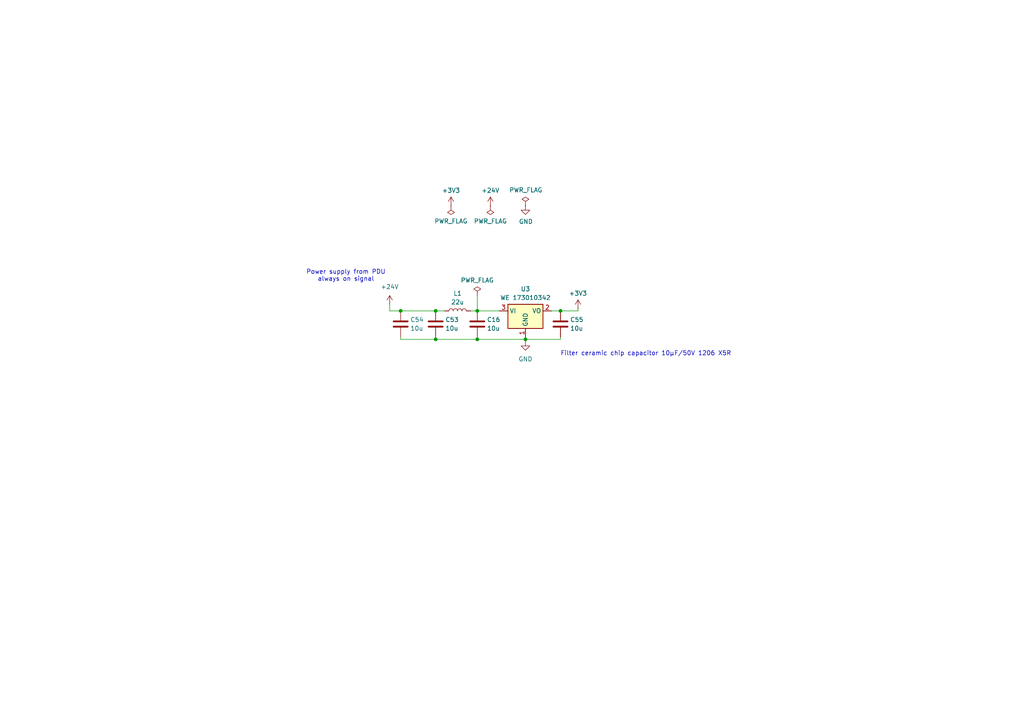
<source format=kicad_sch>
(kicad_sch
	(version 20231120)
	(generator "eeschema")
	(generator_version "8.0")
	(uuid "c4c38672-6b3c-4dab-8c31-54ece09b9735")
	(paper "A4")
	(lib_symbols
		(symbol "Device:C"
			(pin_numbers hide)
			(pin_names
				(offset 0.254)
			)
			(exclude_from_sim no)
			(in_bom yes)
			(on_board yes)
			(property "Reference" "C"
				(at 0.635 2.54 0)
				(effects
					(font
						(size 1.27 1.27)
					)
					(justify left)
				)
			)
			(property "Value" "C"
				(at 0.635 -2.54 0)
				(effects
					(font
						(size 1.27 1.27)
					)
					(justify left)
				)
			)
			(property "Footprint" ""
				(at 0.9652 -3.81 0)
				(effects
					(font
						(size 1.27 1.27)
					)
					(hide yes)
				)
			)
			(property "Datasheet" "~"
				(at 0 0 0)
				(effects
					(font
						(size 1.27 1.27)
					)
					(hide yes)
				)
			)
			(property "Description" "Unpolarized capacitor"
				(at 0 0 0)
				(effects
					(font
						(size 1.27 1.27)
					)
					(hide yes)
				)
			)
			(property "ki_keywords" "cap capacitor"
				(at 0 0 0)
				(effects
					(font
						(size 1.27 1.27)
					)
					(hide yes)
				)
			)
			(property "ki_fp_filters" "C_*"
				(at 0 0 0)
				(effects
					(font
						(size 1.27 1.27)
					)
					(hide yes)
				)
			)
			(symbol "C_0_1"
				(polyline
					(pts
						(xy -2.032 -0.762) (xy 2.032 -0.762)
					)
					(stroke
						(width 0.508)
						(type default)
					)
					(fill
						(type none)
					)
				)
				(polyline
					(pts
						(xy -2.032 0.762) (xy 2.032 0.762)
					)
					(stroke
						(width 0.508)
						(type default)
					)
					(fill
						(type none)
					)
				)
			)
			(symbol "C_1_1"
				(pin passive line
					(at 0 3.81 270)
					(length 2.794)
					(name "~"
						(effects
							(font
								(size 1.27 1.27)
							)
						)
					)
					(number "1"
						(effects
							(font
								(size 1.27 1.27)
							)
						)
					)
				)
				(pin passive line
					(at 0 -3.81 90)
					(length 2.794)
					(name "~"
						(effects
							(font
								(size 1.27 1.27)
							)
						)
					)
					(number "2"
						(effects
							(font
								(size 1.27 1.27)
							)
						)
					)
				)
			)
		)
		(symbol "Device:L"
			(pin_numbers hide)
			(pin_names
				(offset 1.016) hide)
			(exclude_from_sim no)
			(in_bom yes)
			(on_board yes)
			(property "Reference" "L"
				(at -1.27 0 90)
				(effects
					(font
						(size 1.27 1.27)
					)
				)
			)
			(property "Value" "L"
				(at 1.905 0 90)
				(effects
					(font
						(size 1.27 1.27)
					)
				)
			)
			(property "Footprint" ""
				(at 0 0 0)
				(effects
					(font
						(size 1.27 1.27)
					)
					(hide yes)
				)
			)
			(property "Datasheet" "~"
				(at 0 0 0)
				(effects
					(font
						(size 1.27 1.27)
					)
					(hide yes)
				)
			)
			(property "Description" "Inductor"
				(at 0 0 0)
				(effects
					(font
						(size 1.27 1.27)
					)
					(hide yes)
				)
			)
			(property "ki_keywords" "inductor choke coil reactor magnetic"
				(at 0 0 0)
				(effects
					(font
						(size 1.27 1.27)
					)
					(hide yes)
				)
			)
			(property "ki_fp_filters" "Choke_* *Coil* Inductor_* L_*"
				(at 0 0 0)
				(effects
					(font
						(size 1.27 1.27)
					)
					(hide yes)
				)
			)
			(symbol "L_0_1"
				(arc
					(start 0 -2.54)
					(mid 0.6323 -1.905)
					(end 0 -1.27)
					(stroke
						(width 0)
						(type default)
					)
					(fill
						(type none)
					)
				)
				(arc
					(start 0 -1.27)
					(mid 0.6323 -0.635)
					(end 0 0)
					(stroke
						(width 0)
						(type default)
					)
					(fill
						(type none)
					)
				)
				(arc
					(start 0 0)
					(mid 0.6323 0.635)
					(end 0 1.27)
					(stroke
						(width 0)
						(type default)
					)
					(fill
						(type none)
					)
				)
				(arc
					(start 0 1.27)
					(mid 0.6323 1.905)
					(end 0 2.54)
					(stroke
						(width 0)
						(type default)
					)
					(fill
						(type none)
					)
				)
			)
			(symbol "L_1_1"
				(pin passive line
					(at 0 3.81 270)
					(length 1.27)
					(name "1"
						(effects
							(font
								(size 1.27 1.27)
							)
						)
					)
					(number "1"
						(effects
							(font
								(size 1.27 1.27)
							)
						)
					)
				)
				(pin passive line
					(at 0 -3.81 90)
					(length 1.27)
					(name "2"
						(effects
							(font
								(size 1.27 1.27)
							)
						)
					)
					(number "2"
						(effects
							(font
								(size 1.27 1.27)
							)
						)
					)
				)
			)
		)
		(symbol "Regulator_Linear:LD1117S33TR_SOT223"
			(exclude_from_sim no)
			(in_bom yes)
			(on_board yes)
			(property "Reference" "U"
				(at -3.81 3.175 0)
				(effects
					(font
						(size 1.27 1.27)
					)
				)
			)
			(property "Value" "LD1117S33TR_SOT223"
				(at 0 3.175 0)
				(effects
					(font
						(size 1.27 1.27)
					)
					(justify left)
				)
			)
			(property "Footprint" "Package_TO_SOT_SMD:SOT-223-3_TabPin2"
				(at 0 5.08 0)
				(effects
					(font
						(size 1.27 1.27)
					)
					(hide yes)
				)
			)
			(property "Datasheet" "http://www.st.com/st-web-ui/static/active/en/resource/technical/document/datasheet/CD00000544.pdf"
				(at 2.54 -6.35 0)
				(effects
					(font
						(size 1.27 1.27)
					)
					(hide yes)
				)
			)
			(property "Description" "800mA Fixed Low Drop Positive Voltage Regulator, Fixed Output 3.3V, SOT-223"
				(at 0 0 0)
				(effects
					(font
						(size 1.27 1.27)
					)
					(hide yes)
				)
			)
			(property "ki_keywords" "REGULATOR LDO 3.3V"
				(at 0 0 0)
				(effects
					(font
						(size 1.27 1.27)
					)
					(hide yes)
				)
			)
			(property "ki_fp_filters" "SOT?223*TabPin2*"
				(at 0 0 0)
				(effects
					(font
						(size 1.27 1.27)
					)
					(hide yes)
				)
			)
			(symbol "LD1117S33TR_SOT223_0_1"
				(rectangle
					(start -5.08 -5.08)
					(end 5.08 1.905)
					(stroke
						(width 0.254)
						(type default)
					)
					(fill
						(type background)
					)
				)
			)
			(symbol "LD1117S33TR_SOT223_1_1"
				(pin power_in line
					(at 0 -7.62 90)
					(length 2.54)
					(name "GND"
						(effects
							(font
								(size 1.27 1.27)
							)
						)
					)
					(number "1"
						(effects
							(font
								(size 1.27 1.27)
							)
						)
					)
				)
				(pin power_out line
					(at 7.62 0 180)
					(length 2.54)
					(name "VO"
						(effects
							(font
								(size 1.27 1.27)
							)
						)
					)
					(number "2"
						(effects
							(font
								(size 1.27 1.27)
							)
						)
					)
				)
				(pin power_in line
					(at -7.62 0 0)
					(length 2.54)
					(name "VI"
						(effects
							(font
								(size 1.27 1.27)
							)
						)
					)
					(number "3"
						(effects
							(font
								(size 1.27 1.27)
							)
						)
					)
				)
			)
		)
		(symbol "power:+12V"
			(power)
			(pin_numbers hide)
			(pin_names
				(offset 0) hide)
			(exclude_from_sim no)
			(in_bom yes)
			(on_board yes)
			(property "Reference" "#PWR"
				(at 0 -3.81 0)
				(effects
					(font
						(size 1.27 1.27)
					)
					(hide yes)
				)
			)
			(property "Value" "+12V"
				(at 0 3.556 0)
				(effects
					(font
						(size 1.27 1.27)
					)
				)
			)
			(property "Footprint" ""
				(at 0 0 0)
				(effects
					(font
						(size 1.27 1.27)
					)
					(hide yes)
				)
			)
			(property "Datasheet" ""
				(at 0 0 0)
				(effects
					(font
						(size 1.27 1.27)
					)
					(hide yes)
				)
			)
			(property "Description" "Power symbol creates a global label with name \"+12V\""
				(at 0 0 0)
				(effects
					(font
						(size 1.27 1.27)
					)
					(hide yes)
				)
			)
			(property "ki_keywords" "global power"
				(at 0 0 0)
				(effects
					(font
						(size 1.27 1.27)
					)
					(hide yes)
				)
			)
			(symbol "+12V_0_1"
				(polyline
					(pts
						(xy -0.762 1.27) (xy 0 2.54)
					)
					(stroke
						(width 0)
						(type default)
					)
					(fill
						(type none)
					)
				)
				(polyline
					(pts
						(xy 0 0) (xy 0 2.54)
					)
					(stroke
						(width 0)
						(type default)
					)
					(fill
						(type none)
					)
				)
				(polyline
					(pts
						(xy 0 2.54) (xy 0.762 1.27)
					)
					(stroke
						(width 0)
						(type default)
					)
					(fill
						(type none)
					)
				)
			)
			(symbol "+12V_1_1"
				(pin power_in line
					(at 0 0 90)
					(length 0)
					(name "~"
						(effects
							(font
								(size 1.27 1.27)
							)
						)
					)
					(number "1"
						(effects
							(font
								(size 1.27 1.27)
							)
						)
					)
				)
			)
		)
		(symbol "power:+24V"
			(power)
			(pin_numbers hide)
			(pin_names
				(offset 0) hide)
			(exclude_from_sim no)
			(in_bom yes)
			(on_board yes)
			(property "Reference" "#PWR"
				(at 0 -3.81 0)
				(effects
					(font
						(size 1.27 1.27)
					)
					(hide yes)
				)
			)
			(property "Value" "+24V"
				(at 0 3.556 0)
				(effects
					(font
						(size 1.27 1.27)
					)
				)
			)
			(property "Footprint" ""
				(at 0 0 0)
				(effects
					(font
						(size 1.27 1.27)
					)
					(hide yes)
				)
			)
			(property "Datasheet" ""
				(at 0 0 0)
				(effects
					(font
						(size 1.27 1.27)
					)
					(hide yes)
				)
			)
			(property "Description" "Power symbol creates a global label with name \"+24V\""
				(at 0 0 0)
				(effects
					(font
						(size 1.27 1.27)
					)
					(hide yes)
				)
			)
			(property "ki_keywords" "global power"
				(at 0 0 0)
				(effects
					(font
						(size 1.27 1.27)
					)
					(hide yes)
				)
			)
			(symbol "+24V_0_1"
				(polyline
					(pts
						(xy -0.762 1.27) (xy 0 2.54)
					)
					(stroke
						(width 0)
						(type default)
					)
					(fill
						(type none)
					)
				)
				(polyline
					(pts
						(xy 0 0) (xy 0 2.54)
					)
					(stroke
						(width 0)
						(type default)
					)
					(fill
						(type none)
					)
				)
				(polyline
					(pts
						(xy 0 2.54) (xy 0.762 1.27)
					)
					(stroke
						(width 0)
						(type default)
					)
					(fill
						(type none)
					)
				)
			)
			(symbol "+24V_1_1"
				(pin power_in line
					(at 0 0 90)
					(length 0)
					(name "~"
						(effects
							(font
								(size 1.27 1.27)
							)
						)
					)
					(number "1"
						(effects
							(font
								(size 1.27 1.27)
							)
						)
					)
				)
			)
		)
		(symbol "power:+3V3"
			(power)
			(pin_numbers hide)
			(pin_names
				(offset 0) hide)
			(exclude_from_sim no)
			(in_bom yes)
			(on_board yes)
			(property "Reference" "#PWR"
				(at 0 -3.81 0)
				(effects
					(font
						(size 1.27 1.27)
					)
					(hide yes)
				)
			)
			(property "Value" "+3V3"
				(at 0 3.556 0)
				(effects
					(font
						(size 1.27 1.27)
					)
				)
			)
			(property "Footprint" ""
				(at 0 0 0)
				(effects
					(font
						(size 1.27 1.27)
					)
					(hide yes)
				)
			)
			(property "Datasheet" ""
				(at 0 0 0)
				(effects
					(font
						(size 1.27 1.27)
					)
					(hide yes)
				)
			)
			(property "Description" "Power symbol creates a global label with name \"+3V3\""
				(at 0 0 0)
				(effects
					(font
						(size 1.27 1.27)
					)
					(hide yes)
				)
			)
			(property "ki_keywords" "global power"
				(at 0 0 0)
				(effects
					(font
						(size 1.27 1.27)
					)
					(hide yes)
				)
			)
			(symbol "+3V3_0_1"
				(polyline
					(pts
						(xy -0.762 1.27) (xy 0 2.54)
					)
					(stroke
						(width 0)
						(type default)
					)
					(fill
						(type none)
					)
				)
				(polyline
					(pts
						(xy 0 0) (xy 0 2.54)
					)
					(stroke
						(width 0)
						(type default)
					)
					(fill
						(type none)
					)
				)
				(polyline
					(pts
						(xy 0 2.54) (xy 0.762 1.27)
					)
					(stroke
						(width 0)
						(type default)
					)
					(fill
						(type none)
					)
				)
			)
			(symbol "+3V3_1_1"
				(pin power_in line
					(at 0 0 90)
					(length 0)
					(name "~"
						(effects
							(font
								(size 1.27 1.27)
							)
						)
					)
					(number "1"
						(effects
							(font
								(size 1.27 1.27)
							)
						)
					)
				)
			)
		)
		(symbol "power:GND"
			(power)
			(pin_numbers hide)
			(pin_names
				(offset 0) hide)
			(exclude_from_sim no)
			(in_bom yes)
			(on_board yes)
			(property "Reference" "#PWR"
				(at 0 -6.35 0)
				(effects
					(font
						(size 1.27 1.27)
					)
					(hide yes)
				)
			)
			(property "Value" "GND"
				(at 0 -3.81 0)
				(effects
					(font
						(size 1.27 1.27)
					)
				)
			)
			(property "Footprint" ""
				(at 0 0 0)
				(effects
					(font
						(size 1.27 1.27)
					)
					(hide yes)
				)
			)
			(property "Datasheet" ""
				(at 0 0 0)
				(effects
					(font
						(size 1.27 1.27)
					)
					(hide yes)
				)
			)
			(property "Description" "Power symbol creates a global label with name \"GND\" , ground"
				(at 0 0 0)
				(effects
					(font
						(size 1.27 1.27)
					)
					(hide yes)
				)
			)
			(property "ki_keywords" "global power"
				(at 0 0 0)
				(effects
					(font
						(size 1.27 1.27)
					)
					(hide yes)
				)
			)
			(symbol "GND_0_1"
				(polyline
					(pts
						(xy 0 0) (xy 0 -1.27) (xy 1.27 -1.27) (xy 0 -2.54) (xy -1.27 -1.27) (xy 0 -1.27)
					)
					(stroke
						(width 0)
						(type default)
					)
					(fill
						(type none)
					)
				)
			)
			(symbol "GND_1_1"
				(pin power_in line
					(at 0 0 270)
					(length 0)
					(name "~"
						(effects
							(font
								(size 1.27 1.27)
							)
						)
					)
					(number "1"
						(effects
							(font
								(size 1.27 1.27)
							)
						)
					)
				)
			)
		)
		(symbol "power:PWR_FLAG"
			(power)
			(pin_numbers hide)
			(pin_names
				(offset 0) hide)
			(exclude_from_sim no)
			(in_bom yes)
			(on_board yes)
			(property "Reference" "#FLG"
				(at 0 1.905 0)
				(effects
					(font
						(size 1.27 1.27)
					)
					(hide yes)
				)
			)
			(property "Value" "PWR_FLAG"
				(at 0 3.81 0)
				(effects
					(font
						(size 1.27 1.27)
					)
				)
			)
			(property "Footprint" ""
				(at 0 0 0)
				(effects
					(font
						(size 1.27 1.27)
					)
					(hide yes)
				)
			)
			(property "Datasheet" "~"
				(at 0 0 0)
				(effects
					(font
						(size 1.27 1.27)
					)
					(hide yes)
				)
			)
			(property "Description" "Special symbol for telling ERC where power comes from"
				(at 0 0 0)
				(effects
					(font
						(size 1.27 1.27)
					)
					(hide yes)
				)
			)
			(property "ki_keywords" "flag power"
				(at 0 0 0)
				(effects
					(font
						(size 1.27 1.27)
					)
					(hide yes)
				)
			)
			(symbol "PWR_FLAG_0_0"
				(pin power_out line
					(at 0 0 90)
					(length 0)
					(name "~"
						(effects
							(font
								(size 1.27 1.27)
							)
						)
					)
					(number "1"
						(effects
							(font
								(size 1.27 1.27)
							)
						)
					)
				)
			)
			(symbol "PWR_FLAG_0_1"
				(polyline
					(pts
						(xy 0 0) (xy 0 1.27) (xy -1.016 1.905) (xy 0 2.54) (xy 1.016 1.905) (xy 0 1.27)
					)
					(stroke
						(width 0)
						(type default)
					)
					(fill
						(type none)
					)
				)
			)
		)
	)
	(junction
		(at 152.4 98.425)
		(diameter 0)
		(color 0 0 0 0)
		(uuid "3c6bb440-cd3e-4ce2-a16e-60d27a2d999d")
	)
	(junction
		(at 162.56 90.17)
		(diameter 0)
		(color 0 0 0 0)
		(uuid "64968d26-f4e2-4b92-9320-548056e83580")
	)
	(junction
		(at 138.43 90.17)
		(diameter 0)
		(color 0 0 0 0)
		(uuid "64ab6930-a325-4b30-8d60-efc0f79dec13")
	)
	(junction
		(at 116.205 90.17)
		(diameter 0)
		(color 0 0 0 0)
		(uuid "88cde75f-38af-4f87-aabf-1c8112a21004")
	)
	(junction
		(at 126.365 90.17)
		(diameter 0)
		(color 0 0 0 0)
		(uuid "c8a165da-9061-4eda-9772-3e0610346ef2")
	)
	(junction
		(at 126.365 98.425)
		(diameter 0)
		(color 0 0 0 0)
		(uuid "d0811045-d527-4975-92b3-e95f106e0056")
	)
	(junction
		(at 138.43 98.425)
		(diameter 0)
		(color 0 0 0 0)
		(uuid "d4486902-0f1c-4ee0-9860-4ceb27ecd333")
	)
	(wire
		(pts
			(xy 162.56 90.17) (xy 167.64 90.17)
		)
		(stroke
			(width 0)
			(type default)
		)
		(uuid "02e8e351-6d5b-4e53-83a1-5c704523c1ff")
	)
	(wire
		(pts
			(xy 113.03 88.265) (xy 113.03 90.17)
		)
		(stroke
			(width 0)
			(type default)
		)
		(uuid "0367e941-6121-4639-99a9-fc710642e4a5")
	)
	(wire
		(pts
			(xy 138.43 90.17) (xy 144.78 90.17)
		)
		(stroke
			(width 0)
			(type default)
		)
		(uuid "16578279-b70b-4e68-95e3-baff4dc9d26b")
	)
	(wire
		(pts
			(xy 126.365 98.425) (xy 138.43 98.425)
		)
		(stroke
			(width 0)
			(type default)
		)
		(uuid "1beeb986-9b22-4a33-8d74-6fa2bfce9acc")
	)
	(wire
		(pts
			(xy 113.03 90.17) (xy 116.205 90.17)
		)
		(stroke
			(width 0)
			(type default)
		)
		(uuid "1c0ac02e-28c5-4c13-a4eb-161c20d96bd5")
	)
	(wire
		(pts
			(xy 126.365 90.17) (xy 128.905 90.17)
		)
		(stroke
			(width 0)
			(type default)
		)
		(uuid "1dfd7522-0255-40d4-ad3b-341dbffc2e48")
	)
	(wire
		(pts
			(xy 167.64 89.535) (xy 167.64 90.17)
		)
		(stroke
			(width 0)
			(type default)
		)
		(uuid "323d820d-11f8-45e5-8cd8-b98ce3f3319e")
	)
	(wire
		(pts
			(xy 136.525 90.17) (xy 138.43 90.17)
		)
		(stroke
			(width 0)
			(type default)
		)
		(uuid "328bfaf4-a3c3-4b9c-9f29-4e20529ffb50")
	)
	(wire
		(pts
			(xy 152.4 99.06) (xy 152.4 98.425)
		)
		(stroke
			(width 0)
			(type default)
		)
		(uuid "341eef2d-d77f-4f46-8336-277d5d4c0dab")
	)
	(wire
		(pts
			(xy 152.4 98.425) (xy 162.56 98.425)
		)
		(stroke
			(width 0)
			(type default)
		)
		(uuid "6d2f07a0-a4d0-4f2a-9788-2ae9ec4f9090")
	)
	(wire
		(pts
			(xy 116.205 98.425) (xy 116.205 97.79)
		)
		(stroke
			(width 0)
			(type default)
		)
		(uuid "7f54c890-b662-4d1b-945c-44da1635edb6")
	)
	(wire
		(pts
			(xy 162.56 97.79) (xy 162.56 98.425)
		)
		(stroke
			(width 0)
			(type default)
		)
		(uuid "95a0774f-8209-4e56-8251-adddd6f20530")
	)
	(wire
		(pts
			(xy 160.02 90.17) (xy 162.56 90.17)
		)
		(stroke
			(width 0)
			(type default)
		)
		(uuid "9e2049f8-5a39-409a-bec2-788249429787")
	)
	(wire
		(pts
			(xy 138.43 98.425) (xy 138.43 97.79)
		)
		(stroke
			(width 0)
			(type default)
		)
		(uuid "a773d059-2fea-4862-9c65-83b40cd59ce5")
	)
	(wire
		(pts
			(xy 116.205 98.425) (xy 126.365 98.425)
		)
		(stroke
			(width 0)
			(type default)
		)
		(uuid "b6567f09-db1d-4212-984d-3964460be856")
	)
	(wire
		(pts
			(xy 116.205 90.17) (xy 126.365 90.17)
		)
		(stroke
			(width 0)
			(type default)
		)
		(uuid "bf80952f-b921-46f9-8a17-92e588c6db34")
	)
	(wire
		(pts
			(xy 152.4 98.425) (xy 152.4 97.79)
		)
		(stroke
			(width 0)
			(type default)
		)
		(uuid "c4e808b2-c08d-46a7-b897-abf85cd691a6")
	)
	(wire
		(pts
			(xy 138.43 85.725) (xy 138.43 90.17)
		)
		(stroke
			(width 0)
			(type default)
		)
		(uuid "d4a7da39-0f44-48f0-ac38-63bf849eeb42")
	)
	(wire
		(pts
			(xy 138.43 98.425) (xy 152.4 98.425)
		)
		(stroke
			(width 0)
			(type default)
		)
		(uuid "d6339de2-e6c6-4c4f-aeca-b5a05d3de107")
	)
	(wire
		(pts
			(xy 126.365 98.425) (xy 126.365 97.79)
		)
		(stroke
			(width 0)
			(type default)
		)
		(uuid "deff85e3-b64c-4438-9862-84c37ae79f1d")
	)
	(text "Filter ceramic chip capacitor 10μF/50V 1206 X5R"
		(exclude_from_sim no)
		(at 162.56 102.616 0)
		(effects
			(font
				(size 1.27 1.27)
			)
			(justify left)
		)
		(uuid "4b8726bc-c5ca-49bd-9159-5d8fe10d8f97")
	)
	(text "Power supply from PDU\nalways on signal"
		(exclude_from_sim no)
		(at 100.33 80.01 0)
		(effects
			(font
				(size 1.27 1.27)
			)
		)
		(uuid "ef34c213-c27f-4d54-b077-65f8f8610779")
	)
	(symbol
		(lib_id "power:+12V")
		(at 142.24 59.69 0)
		(unit 1)
		(exclude_from_sim no)
		(in_bom yes)
		(on_board yes)
		(dnp no)
		(fields_autoplaced yes)
		(uuid "05fe2031-c35e-4760-81e5-c579623f0cc4")
		(property "Reference" "#PWR064"
			(at 142.24 63.5 0)
			(effects
				(font
					(size 1.27 1.27)
				)
				(hide yes)
			)
		)
		(property "Value" "+24V"
			(at 142.24 55.245 0)
			(effects
				(font
					(size 1.27 1.27)
				)
			)
		)
		(property "Footprint" ""
			(at 142.24 59.69 0)
			(effects
				(font
					(size 1.27 1.27)
				)
				(hide yes)
			)
		)
		(property "Datasheet" ""
			(at 142.24 59.69 0)
			(effects
				(font
					(size 1.27 1.27)
				)
				(hide yes)
			)
		)
		(property "Description" "Power symbol creates a global label with name \"+12V\""
			(at 142.24 59.69 0)
			(effects
				(font
					(size 1.27 1.27)
				)
				(hide yes)
			)
		)
		(pin "1"
			(uuid "21a03b05-e6ac-4b7e-96cd-ecdd18278857")
		)
		(instances
			(project "Master_FT25"
				(path "/e63e39d7-6ac0-4ffd-8aa3-1841a4541b55/22dc17c4-8352-43f2-bb65-d704323b2333"
					(reference "#PWR064")
					(unit 1)
				)
			)
		)
	)
	(symbol
		(lib_id "Device:C")
		(at 162.56 93.98 0)
		(unit 1)
		(exclude_from_sim no)
		(in_bom yes)
		(on_board yes)
		(dnp no)
		(uuid "099d63bd-3e46-4ee1-91a6-81b2d01bf7e8")
		(property "Reference" "C55"
			(at 165.354 92.71 0)
			(effects
				(font
					(size 1.27 1.27)
				)
				(justify left)
			)
		)
		(property "Value" "10u"
			(at 165.354 95.25 0)
			(effects
				(font
					(size 1.27 1.27)
				)
				(justify left)
			)
		)
		(property "Footprint" "Capacitor_SMD:C_1206_3216Metric"
			(at 163.5252 97.79 0)
			(effects
				(font
					(size 1.27 1.27)
				)
				(hide yes)
			)
		)
		(property "Datasheet" "~"
			(at 162.56 93.98 0)
			(effects
				(font
					(size 1.27 1.27)
				)
				(hide yes)
			)
		)
		(property "Description" "Unpolarized capacitor"
			(at 162.56 93.98 0)
			(effects
				(font
					(size 1.27 1.27)
				)
				(hide yes)
			)
		)
		(pin "2"
			(uuid "9e9609b5-40fc-49de-9969-7f6a4895b7a7")
		)
		(pin "1"
			(uuid "abcd2950-e354-4358-a9b5-e228122818b8")
		)
		(instances
			(project "Master_FT25"
				(path "/e63e39d7-6ac0-4ffd-8aa3-1841a4541b55/22dc17c4-8352-43f2-bb65-d704323b2333"
					(reference "C55")
					(unit 1)
				)
			)
		)
	)
	(symbol
		(lib_id "power:+3V3")
		(at 130.81 59.69 0)
		(unit 1)
		(exclude_from_sim no)
		(in_bom yes)
		(on_board yes)
		(dnp no)
		(fields_autoplaced yes)
		(uuid "0d4a8596-0c97-42e2-9afd-3a071f41e606")
		(property "Reference" "#PWR0127"
			(at 130.81 63.5 0)
			(effects
				(font
					(size 1.27 1.27)
				)
				(hide yes)
			)
		)
		(property "Value" "+3V3"
			(at 130.81 55.245 0)
			(effects
				(font
					(size 1.27 1.27)
				)
			)
		)
		(property "Footprint" ""
			(at 130.81 59.69 0)
			(effects
				(font
					(size 1.27 1.27)
				)
				(hide yes)
			)
		)
		(property "Datasheet" ""
			(at 130.81 59.69 0)
			(effects
				(font
					(size 1.27 1.27)
				)
				(hide yes)
			)
		)
		(property "Description" "Power symbol creates a global label with name \"+3V3\""
			(at 130.81 59.69 0)
			(effects
				(font
					(size 1.27 1.27)
				)
				(hide yes)
			)
		)
		(pin "1"
			(uuid "968ae856-fe26-41b6-a171-13e5d1b5cf41")
		)
		(instances
			(project "Master_FT25"
				(path "/e63e39d7-6ac0-4ffd-8aa3-1841a4541b55/22dc17c4-8352-43f2-bb65-d704323b2333"
					(reference "#PWR0127")
					(unit 1)
				)
			)
		)
	)
	(symbol
		(lib_id "power:+3V3")
		(at 167.64 89.535 0)
		(unit 1)
		(exclude_from_sim no)
		(in_bom yes)
		(on_board yes)
		(dnp no)
		(fields_autoplaced yes)
		(uuid "3ffe5611-8a90-45b9-af9b-f3890e18850d")
		(property "Reference" "#PWR028"
			(at 167.64 93.345 0)
			(effects
				(font
					(size 1.27 1.27)
				)
				(hide yes)
			)
		)
		(property "Value" "+3V3"
			(at 167.64 85.09 0)
			(effects
				(font
					(size 1.27 1.27)
				)
			)
		)
		(property "Footprint" ""
			(at 167.64 89.535 0)
			(effects
				(font
					(size 1.27 1.27)
				)
				(hide yes)
			)
		)
		(property "Datasheet" ""
			(at 167.64 89.535 0)
			(effects
				(font
					(size 1.27 1.27)
				)
				(hide yes)
			)
		)
		(property "Description" "Power symbol creates a global label with name \"+3V3\""
			(at 167.64 89.535 0)
			(effects
				(font
					(size 1.27 1.27)
				)
				(hide yes)
			)
		)
		(pin "1"
			(uuid "421ef6fe-611a-48a7-a753-488c2103358a")
		)
		(instances
			(project "Master_FT25"
				(path "/e63e39d7-6ac0-4ffd-8aa3-1841a4541b55/22dc17c4-8352-43f2-bb65-d704323b2333"
					(reference "#PWR028")
					(unit 1)
				)
			)
		)
	)
	(symbol
		(lib_id "power:PWR_FLAG")
		(at 130.81 59.69 180)
		(unit 1)
		(exclude_from_sim no)
		(in_bom yes)
		(on_board yes)
		(dnp no)
		(fields_autoplaced yes)
		(uuid "48421e3f-db65-420a-8e94-5d1584337c89")
		(property "Reference" "#FLG01"
			(at 130.81 61.595 0)
			(effects
				(font
					(size 1.27 1.27)
				)
				(hide yes)
			)
		)
		(property "Value" "PWR_FLAG"
			(at 130.81 64.135 0)
			(effects
				(font
					(size 1.27 1.27)
				)
			)
		)
		(property "Footprint" ""
			(at 130.81 59.69 0)
			(effects
				(font
					(size 1.27 1.27)
				)
				(hide yes)
			)
		)
		(property "Datasheet" "~"
			(at 130.81 59.69 0)
			(effects
				(font
					(size 1.27 1.27)
				)
				(hide yes)
			)
		)
		(property "Description" "Special symbol for telling ERC where power comes from"
			(at 130.81 59.69 0)
			(effects
				(font
					(size 1.27 1.27)
				)
				(hide yes)
			)
		)
		(pin "1"
			(uuid "70ecdce8-5e3a-4a49-85df-ca372495f5b2")
		)
		(instances
			(project "Master_FT25"
				(path "/e63e39d7-6ac0-4ffd-8aa3-1841a4541b55/22dc17c4-8352-43f2-bb65-d704323b2333"
					(reference "#FLG01")
					(unit 1)
				)
			)
		)
	)
	(symbol
		(lib_id "Device:C")
		(at 138.43 93.98 0)
		(unit 1)
		(exclude_from_sim no)
		(in_bom yes)
		(on_board yes)
		(dnp no)
		(uuid "4d0fcda6-afb8-4122-893d-5f49d7172272")
		(property "Reference" "C16"
			(at 141.224 92.71 0)
			(effects
				(font
					(size 1.27 1.27)
				)
				(justify left)
			)
		)
		(property "Value" "10u"
			(at 141.224 95.25 0)
			(effects
				(font
					(size 1.27 1.27)
				)
				(justify left)
			)
		)
		(property "Footprint" "Capacitor_SMD:C_1206_3216Metric"
			(at 139.3952 97.79 0)
			(effects
				(font
					(size 1.27 1.27)
				)
				(hide yes)
			)
		)
		(property "Datasheet" "~"
			(at 138.43 93.98 0)
			(effects
				(font
					(size 1.27 1.27)
				)
				(hide yes)
			)
		)
		(property "Description" "Unpolarized capacitor"
			(at 138.43 93.98 0)
			(effects
				(font
					(size 1.27 1.27)
				)
				(hide yes)
			)
		)
		(pin "2"
			(uuid "21b51a57-8bc0-433b-9e86-54a7be6e36c4")
		)
		(pin "1"
			(uuid "f74a2ab5-8e90-46c2-ac1b-c7cc67c974af")
		)
		(instances
			(project "Master_FT25"
				(path "/e63e39d7-6ac0-4ffd-8aa3-1841a4541b55/22dc17c4-8352-43f2-bb65-d704323b2333"
					(reference "C16")
					(unit 1)
				)
			)
		)
	)
	(symbol
		(lib_id "power:GND")
		(at 152.4 59.69 0)
		(unit 1)
		(exclude_from_sim no)
		(in_bom yes)
		(on_board yes)
		(dnp no)
		(uuid "5a2f6a9c-66f2-4e5a-a845-7ebf3146ebe3")
		(property "Reference" "#PWR065"
			(at 152.4 66.04 0)
			(effects
				(font
					(size 1.27 1.27)
				)
				(hide yes)
			)
		)
		(property "Value" "GND"
			(at 152.527 64.262 0)
			(effects
				(font
					(size 1.27 1.27)
				)
			)
		)
		(property "Footprint" ""
			(at 152.4 59.69 0)
			(effects
				(font
					(size 1.27 1.27)
				)
				(hide yes)
			)
		)
		(property "Datasheet" ""
			(at 152.4 59.69 0)
			(effects
				(font
					(size 1.27 1.27)
				)
				(hide yes)
			)
		)
		(property "Description" "Power symbol creates a global label with name \"GND\" , ground"
			(at 152.4 59.69 0)
			(effects
				(font
					(size 1.27 1.27)
				)
				(hide yes)
			)
		)
		(pin "1"
			(uuid "b3e8c892-ac66-4d9d-90ad-9c199dc143d6")
		)
		(instances
			(project "Master_FT25"
				(path "/e63e39d7-6ac0-4ffd-8aa3-1841a4541b55/22dc17c4-8352-43f2-bb65-d704323b2333"
					(reference "#PWR065")
					(unit 1)
				)
			)
		)
	)
	(symbol
		(lib_id "power:PWR_FLAG")
		(at 142.24 59.69 180)
		(unit 1)
		(exclude_from_sim no)
		(in_bom yes)
		(on_board yes)
		(dnp no)
		(fields_autoplaced yes)
		(uuid "5c5c7b4d-1a50-4542-81f9-e004033ce690")
		(property "Reference" "#FLG02"
			(at 142.24 61.595 0)
			(effects
				(font
					(size 1.27 1.27)
				)
				(hide yes)
			)
		)
		(property "Value" "PWR_FLAG"
			(at 142.24 64.135 0)
			(effects
				(font
					(size 1.27 1.27)
				)
			)
		)
		(property "Footprint" ""
			(at 142.24 59.69 0)
			(effects
				(font
					(size 1.27 1.27)
				)
				(hide yes)
			)
		)
		(property "Datasheet" "~"
			(at 142.24 59.69 0)
			(effects
				(font
					(size 1.27 1.27)
				)
				(hide yes)
			)
		)
		(property "Description" "Special symbol for telling ERC where power comes from"
			(at 142.24 59.69 0)
			(effects
				(font
					(size 1.27 1.27)
				)
				(hide yes)
			)
		)
		(pin "1"
			(uuid "a3610794-8dba-4c36-8061-4595eb97e459")
		)
		(instances
			(project "Master_FT25"
				(path "/e63e39d7-6ac0-4ffd-8aa3-1841a4541b55/22dc17c4-8352-43f2-bb65-d704323b2333"
					(reference "#FLG02")
					(unit 1)
				)
			)
		)
	)
	(symbol
		(lib_id "power:PWR_FLAG")
		(at 152.4 59.69 0)
		(unit 1)
		(exclude_from_sim no)
		(in_bom yes)
		(on_board yes)
		(dnp no)
		(uuid "64115506-e35f-48d1-8621-127845a8fc5f")
		(property "Reference" "#FLG04"
			(at 152.4 57.785 0)
			(effects
				(font
					(size 1.27 1.27)
				)
				(hide yes)
			)
		)
		(property "Value" "PWR_FLAG"
			(at 152.527 55.118 0)
			(effects
				(font
					(size 1.27 1.27)
				)
			)
		)
		(property "Footprint" ""
			(at 152.4 59.69 0)
			(effects
				(font
					(size 1.27 1.27)
				)
				(hide yes)
			)
		)
		(property "Datasheet" "~"
			(at 152.4 59.69 0)
			(effects
				(font
					(size 1.27 1.27)
				)
				(hide yes)
			)
		)
		(property "Description" "Special symbol for telling ERC where power comes from"
			(at 152.4 59.69 0)
			(effects
				(font
					(size 1.27 1.27)
				)
				(hide yes)
			)
		)
		(pin "1"
			(uuid "92c3e46c-5fc1-4478-8c55-22ad83052a6b")
		)
		(instances
			(project "Master_FT25"
				(path "/e63e39d7-6ac0-4ffd-8aa3-1841a4541b55/22dc17c4-8352-43f2-bb65-d704323b2333"
					(reference "#FLG04")
					(unit 1)
				)
			)
		)
	)
	(symbol
		(lib_id "Device:L")
		(at 132.715 90.17 90)
		(unit 1)
		(exclude_from_sim no)
		(in_bom yes)
		(on_board yes)
		(dnp no)
		(fields_autoplaced yes)
		(uuid "6a3469b8-448a-4af6-9f62-9c177883dc85")
		(property "Reference" "L1"
			(at 132.715 85.09 90)
			(effects
				(font
					(size 1.27 1.27)
				)
			)
		)
		(property "Value" "22u"
			(at 132.715 87.63 90)
			(effects
				(font
					(size 1.27 1.27)
				)
			)
		)
		(property "Footprint" ""
			(at 132.715 90.17 0)
			(effects
				(font
					(size 1.27 1.27)
				)
				(hide yes)
			)
		)
		(property "Datasheet" "https://www.we-online.com/components/products/datasheet/744773047.pdf"
			(at 132.715 90.17 0)
			(effects
				(font
					(size 1.27 1.27)
				)
				(hide yes)
			)
		)
		(property "Description" "Inductor"
			(at 132.715 90.17 0)
			(effects
				(font
					(size 1.27 1.27)
				)
				(hide yes)
			)
		)
		(pin "2"
			(uuid "0e3bf402-e2d8-4c23-abe7-b29dea1b21a1")
		)
		(pin "1"
			(uuid "26159699-351d-45b9-9a46-12a20ce0adfa")
		)
		(instances
			(project "Master_FT25"
				(path "/e63e39d7-6ac0-4ffd-8aa3-1841a4541b55/22dc17c4-8352-43f2-bb65-d704323b2333"
					(reference "L1")
					(unit 1)
				)
			)
		)
	)
	(symbol
		(lib_id "power:PWR_FLAG")
		(at 138.43 85.725 0)
		(unit 1)
		(exclude_from_sim no)
		(in_bom yes)
		(on_board yes)
		(dnp no)
		(uuid "6f62ebf4-cac9-43a5-8bdf-fa79d4e37b87")
		(property "Reference" "#FLG03"
			(at 138.43 83.82 0)
			(effects
				(font
					(size 1.27 1.27)
				)
				(hide yes)
			)
		)
		(property "Value" "PWR_FLAG"
			(at 138.43 81.28 0)
			(effects
				(font
					(size 1.27 1.27)
				)
			)
		)
		(property "Footprint" ""
			(at 138.43 85.725 0)
			(effects
				(font
					(size 1.27 1.27)
				)
				(hide yes)
			)
		)
		(property "Datasheet" "~"
			(at 138.43 85.725 0)
			(effects
				(font
					(size 1.27 1.27)
				)
				(hide yes)
			)
		)
		(property "Description" "Special symbol for telling ERC where power comes from"
			(at 138.43 85.725 0)
			(effects
				(font
					(size 1.27 1.27)
				)
				(hide yes)
			)
		)
		(pin "1"
			(uuid "df274ca4-6e3b-4c32-bf9c-65ca9478c088")
		)
		(instances
			(project "Master_FT25"
				(path "/e63e39d7-6ac0-4ffd-8aa3-1841a4541b55/22dc17c4-8352-43f2-bb65-d704323b2333"
					(reference "#FLG03")
					(unit 1)
				)
			)
		)
	)
	(symbol
		(lib_id "power:GND")
		(at 152.4 99.06 0)
		(unit 1)
		(exclude_from_sim no)
		(in_bom yes)
		(on_board yes)
		(dnp no)
		(fields_autoplaced yes)
		(uuid "a7a8014d-6510-4b9a-8513-ce6565a40d9e")
		(property "Reference" "#PWR0112"
			(at 152.4 105.41 0)
			(effects
				(font
					(size 1.27 1.27)
				)
				(hide yes)
			)
		)
		(property "Value" "GND"
			(at 152.4 104.14 0)
			(effects
				(font
					(size 1.27 1.27)
				)
			)
		)
		(property "Footprint" ""
			(at 152.4 99.06 0)
			(effects
				(font
					(size 1.27 1.27)
				)
				(hide yes)
			)
		)
		(property "Datasheet" ""
			(at 152.4 99.06 0)
			(effects
				(font
					(size 1.27 1.27)
				)
				(hide yes)
			)
		)
		(property "Description" "Power symbol creates a global label with name \"GND\" , ground"
			(at 152.4 99.06 0)
			(effects
				(font
					(size 1.27 1.27)
				)
				(hide yes)
			)
		)
		(pin "1"
			(uuid "38cd4b41-ad98-4862-ad8f-06174aa4e1c7")
		)
		(instances
			(project "Master_FT25"
				(path "/e63e39d7-6ac0-4ffd-8aa3-1841a4541b55/22dc17c4-8352-43f2-bb65-d704323b2333"
					(reference "#PWR0112")
					(unit 1)
				)
			)
		)
	)
	(symbol
		(lib_id "power:+24V")
		(at 113.03 88.265 0)
		(unit 1)
		(exclude_from_sim no)
		(in_bom yes)
		(on_board yes)
		(dnp no)
		(fields_autoplaced yes)
		(uuid "ae30558e-b5ae-450d-a74a-72993fd0c82b")
		(property "Reference" "#PWR0109"
			(at 113.03 92.075 0)
			(effects
				(font
					(size 1.27 1.27)
				)
				(hide yes)
			)
		)
		(property "Value" "+24V"
			(at 113.03 83.185 0)
			(effects
				(font
					(size 1.27 1.27)
				)
			)
		)
		(property "Footprint" ""
			(at 113.03 88.265 0)
			(effects
				(font
					(size 1.27 1.27)
				)
				(hide yes)
			)
		)
		(property "Datasheet" ""
			(at 113.03 88.265 0)
			(effects
				(font
					(size 1.27 1.27)
				)
				(hide yes)
			)
		)
		(property "Description" "Power symbol creates a global label with name \"+24V\""
			(at 113.03 88.265 0)
			(effects
				(font
					(size 1.27 1.27)
				)
				(hide yes)
			)
		)
		(pin "1"
			(uuid "178f8f18-4314-43e6-926c-3bfb6e8d3f9e")
		)
		(instances
			(project "Master_FT25"
				(path "/e63e39d7-6ac0-4ffd-8aa3-1841a4541b55/22dc17c4-8352-43f2-bb65-d704323b2333"
					(reference "#PWR0109")
					(unit 1)
				)
			)
		)
	)
	(symbol
		(lib_id "Device:C")
		(at 126.365 93.98 0)
		(unit 1)
		(exclude_from_sim no)
		(in_bom yes)
		(on_board yes)
		(dnp no)
		(uuid "e2f96c53-1add-4e41-a363-1106f6a93275")
		(property "Reference" "C53"
			(at 129.159 92.71 0)
			(effects
				(font
					(size 1.27 1.27)
				)
				(justify left)
			)
		)
		(property "Value" "10u"
			(at 129.159 95.25 0)
			(effects
				(font
					(size 1.27 1.27)
				)
				(justify left)
			)
		)
		(property "Footprint" "Capacitor_SMD:C_1206_3216Metric"
			(at 127.3302 97.79 0)
			(effects
				(font
					(size 1.27 1.27)
				)
				(hide yes)
			)
		)
		(property "Datasheet" "~"
			(at 126.365 93.98 0)
			(effects
				(font
					(size 1.27 1.27)
				)
				(hide yes)
			)
		)
		(property "Description" "Unpolarized capacitor"
			(at 126.365 93.98 0)
			(effects
				(font
					(size 1.27 1.27)
				)
				(hide yes)
			)
		)
		(pin "2"
			(uuid "673602db-6401-4b8a-9678-d4d42be8c3ed")
		)
		(pin "1"
			(uuid "ab7ab4c9-fe95-4f8c-93bf-e1a4f1a48780")
		)
		(instances
			(project "Master_FT25"
				(path "/e63e39d7-6ac0-4ffd-8aa3-1841a4541b55/22dc17c4-8352-43f2-bb65-d704323b2333"
					(reference "C53")
					(unit 1)
				)
			)
		)
	)
	(symbol
		(lib_id "Regulator_Linear:LD1117S33TR_SOT223")
		(at 152.4 90.17 0)
		(unit 1)
		(exclude_from_sim no)
		(in_bom yes)
		(on_board yes)
		(dnp no)
		(fields_autoplaced yes)
		(uuid "ed50678b-b367-4f2b-992f-ce72b56251e9")
		(property "Reference" "U3"
			(at 152.4 83.82 0)
			(effects
				(font
					(size 1.27 1.27)
				)
			)
		)
		(property "Value" "WE 173010342"
			(at 152.4 86.36 0)
			(effects
				(font
					(size 1.27 1.27)
				)
			)
		)
		(property "Footprint" "173010342:173010342"
			(at 152.4 85.09 0)
			(effects
				(font
					(size 1.27 1.27)
				)
				(hide yes)
			)
		)
		(property "Datasheet" "https://www.we-online.com/components/products/datasheet/173010342.pdf"
			(at 154.94 96.52 0)
			(effects
				(font
					(size 1.27 1.27)
				)
				(hide yes)
			)
		)
		(property "Description" "1A Fixed Low Drop Positive Voltage Regulator, Fixed Output 3.3V, SOT-223"
			(at 152.4 90.17 0)
			(effects
				(font
					(size 1.27 1.27)
				)
				(hide yes)
			)
		)
		(pin "1"
			(uuid "47278127-6c30-4a16-9cf1-a8b5482d6f25")
		)
		(pin "2"
			(uuid "d3087e07-6327-473d-beee-c51583fd32a5")
		)
		(pin "3"
			(uuid "a1ef0f76-0a4f-4f5b-a7c5-1b6e2085ac22")
		)
		(instances
			(project "Master_FT25"
				(path "/e63e39d7-6ac0-4ffd-8aa3-1841a4541b55/22dc17c4-8352-43f2-bb65-d704323b2333"
					(reference "U3")
					(unit 1)
				)
			)
		)
	)
	(symbol
		(lib_id "Device:C")
		(at 116.205 93.98 0)
		(unit 1)
		(exclude_from_sim no)
		(in_bom yes)
		(on_board yes)
		(dnp no)
		(uuid "fb9a066f-aa4d-48e2-8f2e-82b13a03206b")
		(property "Reference" "C54"
			(at 118.999 92.71 0)
			(effects
				(font
					(size 1.27 1.27)
				)
				(justify left)
			)
		)
		(property "Value" "10u"
			(at 118.999 95.25 0)
			(effects
				(font
					(size 1.27 1.27)
				)
				(justify left)
			)
		)
		(property "Footprint" "Capacitor_SMD:C_1206_3216Metric"
			(at 117.1702 97.79 0)
			(effects
				(font
					(size 1.27 1.27)
				)
				(hide yes)
			)
		)
		(property "Datasheet" "~"
			(at 116.205 93.98 0)
			(effects
				(font
					(size 1.27 1.27)
				)
				(hide yes)
			)
		)
		(property "Description" "Unpolarized capacitor"
			(at 116.205 93.98 0)
			(effects
				(font
					(size 1.27 1.27)
				)
				(hide yes)
			)
		)
		(pin "2"
			(uuid "163b70f2-d280-4655-a42f-03cf84959614")
		)
		(pin "1"
			(uuid "c922cb17-5c66-4e9b-bc73-8f00b1664f91")
		)
		(instances
			(project "Master_FT25"
				(path "/e63e39d7-6ac0-4ffd-8aa3-1841a4541b55/22dc17c4-8352-43f2-bb65-d704323b2333"
					(reference "C54")
					(unit 1)
				)
			)
		)
	)
)

</source>
